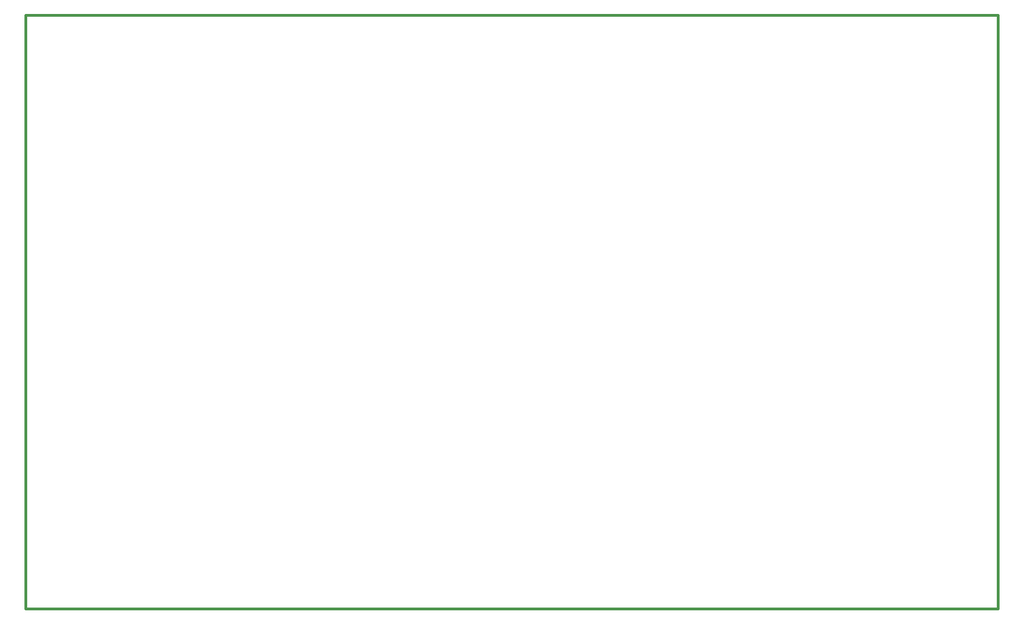
<source format=gbr>
%TF.GenerationSoftware,KiCad,Pcbnew,(5.1.6)-1*%
%TF.CreationDate,2020-10-25T20:05:07+00:00*%
%TF.ProjectId,QuadNew1 - Copy (2),51756164-4e65-4773-9120-2d20436f7079,rev?*%
%TF.SameCoordinates,Original*%
%TF.FileFunction,Profile,NP*%
%FSLAX46Y46*%
G04 Gerber Fmt 4.6, Leading zero omitted, Abs format (unit mm)*
G04 Created by KiCad (PCBNEW (5.1.6)-1) date 2020-10-25 20:05:07*
%MOMM*%
%LPD*%
G01*
G04 APERTURE LIST*
%TA.AperFunction,Profile*%
%ADD10C,0.300000*%
%TD*%
G04 APERTURE END LIST*
D10*
X107000000Y-125000000D02*
X225000000Y-125000000D01*
X225000000Y-53000000D02*
X225000000Y-125000000D01*
X107000000Y-53000000D02*
X225000000Y-53000000D01*
X107000000Y-125000000D02*
X107000000Y-53000000D01*
M02*

</source>
